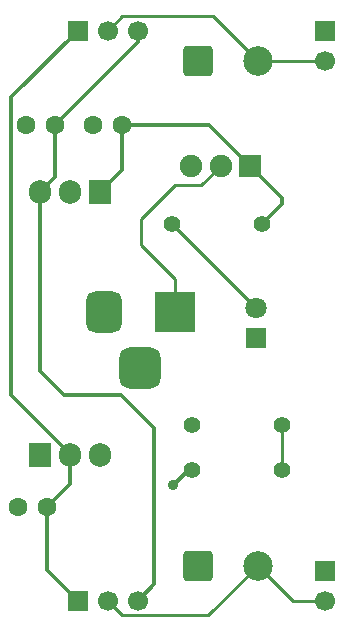
<source format=gtl>
%TF.GenerationSoftware,KiCad,Pcbnew,9.0.5*%
%TF.CreationDate,2025-11-24T13:01:10-08:00*%
%TF.ProjectId,project2_breadboard_power_supply,70726f6a-6563-4743-925f-627265616462,rev?*%
%TF.SameCoordinates,Original*%
%TF.FileFunction,Copper,L1,Top*%
%TF.FilePolarity,Positive*%
%FSLAX46Y46*%
G04 Gerber Fmt 4.6, Leading zero omitted, Abs format (unit mm)*
G04 Created by KiCad (PCBNEW 9.0.5) date 2025-11-24 13:01:10*
%MOMM*%
%LPD*%
G01*
G04 APERTURE LIST*
G04 Aperture macros list*
%AMRoundRect*
0 Rectangle with rounded corners*
0 $1 Rounding radius*
0 $2 $3 $4 $5 $6 $7 $8 $9 X,Y pos of 4 corners*
0 Add a 4 corners polygon primitive as box body*
4,1,4,$2,$3,$4,$5,$6,$7,$8,$9,$2,$3,0*
0 Add four circle primitives for the rounded corners*
1,1,$1+$1,$2,$3*
1,1,$1+$1,$4,$5*
1,1,$1+$1,$6,$7*
1,1,$1+$1,$8,$9*
0 Add four rect primitives between the rounded corners*
20,1,$1+$1,$2,$3,$4,$5,0*
20,1,$1+$1,$4,$5,$6,$7,0*
20,1,$1+$1,$6,$7,$8,$9,0*
20,1,$1+$1,$8,$9,$2,$3,0*%
G04 Aperture macros list end*
%TA.AperFunction,ComponentPad*%
%ADD10R,1.800000X1.800000*%
%TD*%
%TA.AperFunction,ComponentPad*%
%ADD11C,1.800000*%
%TD*%
%TA.AperFunction,ComponentPad*%
%ADD12C,1.600000*%
%TD*%
%TA.AperFunction,ComponentPad*%
%ADD13R,1.700000X1.700000*%
%TD*%
%TA.AperFunction,ComponentPad*%
%ADD14C,1.700000*%
%TD*%
%TA.AperFunction,ComponentPad*%
%ADD15C,1.400000*%
%TD*%
%TA.AperFunction,ComponentPad*%
%ADD16RoundRect,0.250000X-1.000000X-1.000000X1.000000X-1.000000X1.000000X1.000000X-1.000000X1.000000X0*%
%TD*%
%TA.AperFunction,ComponentPad*%
%ADD17C,2.500000*%
%TD*%
%TA.AperFunction,ComponentPad*%
%ADD18R,3.500000X3.500000*%
%TD*%
%TA.AperFunction,ComponentPad*%
%ADD19RoundRect,0.750000X-0.750000X-1.000000X0.750000X-1.000000X0.750000X1.000000X-0.750000X1.000000X0*%
%TD*%
%TA.AperFunction,ComponentPad*%
%ADD20RoundRect,0.875000X-0.875000X-0.875000X0.875000X-0.875000X0.875000X0.875000X-0.875000X0.875000X0*%
%TD*%
%TA.AperFunction,ComponentPad*%
%ADD21R,1.905000X2.000000*%
%TD*%
%TA.AperFunction,ComponentPad*%
%ADD22O,1.905000X2.000000*%
%TD*%
%TA.AperFunction,ComponentPad*%
%ADD23R,1.900000X1.900000*%
%TD*%
%TA.AperFunction,ComponentPad*%
%ADD24C,1.900000*%
%TD*%
%TA.AperFunction,ViaPad*%
%ADD25C,0.900000*%
%TD*%
%TA.AperFunction,Conductor*%
%ADD26C,0.350000*%
%TD*%
%TA.AperFunction,Conductor*%
%ADD27C,0.250000*%
%TD*%
G04 APERTURE END LIST*
D10*
%TO.P,D1,1,K*%
%TO.N,GND*%
X164305000Y-114300000D03*
D11*
%TO.P,D1,2,A*%
%TO.N,Net-(D1-A)*%
X164305000Y-111760000D03*
%TD*%
D12*
%TO.P,C2,1*%
%TO.N,/3.3V*%
X146640000Y-128587500D03*
%TO.P,C2,2*%
%TO.N,GND*%
X144140000Y-128587500D03*
%TD*%
D13*
%TO.P,J3,1,Pin_1*%
%TO.N,/3.3V*%
X149220000Y-88260000D03*
D14*
%TO.P,J3,2,Pin_2*%
%TO.N,/PWR_OUT_TOP*%
X151760000Y-88260000D03*
%TO.P,J3,3,Pin_3*%
%TO.N,/5V*%
X154300000Y-88260000D03*
%TD*%
D15*
%TO.P,R2,1*%
%TO.N,Net-(U1-ADJ)*%
X166565000Y-125412500D03*
%TO.P,R2,2*%
%TO.N,/3.3V*%
X158945000Y-125412500D03*
%TD*%
%TO.P,R1,1*%
%TO.N,Net-(D1-A)*%
X157226000Y-104648000D03*
%TO.P,R1,2*%
%TO.N,/12V*%
X164846000Y-104648000D03*
%TD*%
D12*
%TO.P,C1,1*%
%TO.N,/12V*%
X152990000Y-96202500D03*
%TO.P,C1,2*%
%TO.N,GND*%
X150490000Y-96202500D03*
%TD*%
%TO.P,C3,1*%
%TO.N,/5V*%
X147315000Y-96202500D03*
%TO.P,C3,2*%
%TO.N,GND*%
X144815000Y-96202500D03*
%TD*%
D13*
%TO.P,J6,1,Pin_1*%
%TO.N,GND*%
X170180000Y-133980000D03*
D14*
%TO.P,J6,2,Pin_2*%
%TO.N,/PWR_OUT_BOT*%
X170180000Y-136520000D03*
%TD*%
D16*
%TO.P,J2,1,Pin_1*%
%TO.N,GND*%
X159385000Y-90805000D03*
D17*
%TO.P,J2,2,Pin_2*%
%TO.N,/PWR_OUT_TOP*%
X164465000Y-90805000D03*
%TD*%
D18*
%TO.P,J1,1*%
%TO.N,/PWR_input*%
X157460000Y-112077500D03*
D19*
%TO.P,J1,2*%
%TO.N,GND*%
X151460000Y-112077500D03*
D20*
%TO.P,J1,3*%
X154460000Y-116777500D03*
%TD*%
D13*
%TO.P,J4,1,Pin_1*%
%TO.N,GND*%
X170180000Y-88260000D03*
D14*
%TO.P,J4,2,Pin_2*%
%TO.N,/PWR_OUT_TOP*%
X170180000Y-90800000D03*
%TD*%
D15*
%TO.P,R3,1*%
%TO.N,GND*%
X158945000Y-121602500D03*
%TO.P,R3,2*%
%TO.N,Net-(U1-ADJ)*%
X166565000Y-121602500D03*
%TD*%
D21*
%TO.P,U2,1,VI*%
%TO.N,/12V*%
X151125000Y-101917500D03*
D22*
%TO.P,U2,2,GND*%
%TO.N,GND*%
X148585000Y-101917500D03*
%TO.P,U2,3,VO*%
%TO.N,/5V*%
X146045000Y-101917500D03*
%TD*%
D16*
%TO.P,J5,1,Pin_1*%
%TO.N,GND*%
X159385000Y-133540000D03*
D17*
%TO.P,J5,2,Pin_2*%
%TO.N,/PWR_OUT_BOT*%
X164465000Y-133540000D03*
%TD*%
D23*
%TO.P,S1,1*%
%TO.N,/12V*%
X163845000Y-99695000D03*
D24*
%TO.P,S1,2*%
%TO.N,/PWR_input*%
X161345000Y-99695000D03*
%TO.P,S1,3*%
%TO.N,unconnected-(S1-Pad3)*%
X158845000Y-99695000D03*
%TD*%
D13*
%TO.P,J7,1,Pin_1*%
%TO.N,/3.3V*%
X149225000Y-136535000D03*
D14*
%TO.P,J7,2,Pin_2*%
%TO.N,/PWR_OUT_BOT*%
X151765000Y-136535000D03*
%TO.P,J7,3,Pin_3*%
%TO.N,/5V*%
X154305000Y-136535000D03*
%TD*%
D21*
%TO.P,U1,1,ADJ*%
%TO.N,Net-(U1-ADJ)*%
X146045000Y-124142500D03*
D22*
%TO.P,U1,2,VO*%
%TO.N,/3.3V*%
X148585000Y-124142500D03*
%TO.P,U1,3,VI*%
%TO.N,/12V*%
X151125000Y-124142500D03*
%TD*%
D25*
%TO.N,/3.3V*%
X157327600Y-126746000D03*
%TD*%
D26*
%TO.N,/12V*%
X160352500Y-96202500D02*
X163845000Y-99695000D01*
X152990000Y-100052500D02*
X151125000Y-101917500D01*
X166565000Y-102929000D02*
X166565000Y-102415000D01*
X164846000Y-104648000D02*
X166565000Y-102929000D01*
X166565000Y-102415000D02*
X163845000Y-99695000D01*
X152990000Y-96202500D02*
X152990000Y-100052500D01*
X152990000Y-96202500D02*
X160352500Y-96202500D01*
%TO.N,/3.3V*%
X148585000Y-124095000D02*
X148585000Y-124142500D01*
X146640000Y-128587500D02*
X146640000Y-133950000D01*
X158945000Y-125412500D02*
X158661100Y-125412500D01*
X146640000Y-128587500D02*
X148585000Y-126642500D01*
X149220000Y-88260000D02*
X143589000Y-93891000D01*
X158661100Y-125412500D02*
X157327600Y-126746000D01*
X143589000Y-93891000D02*
X143589000Y-119099000D01*
X148585000Y-126642500D02*
X148585000Y-124142500D01*
X143589000Y-119099000D02*
X148585000Y-124095000D01*
X146640000Y-133950000D02*
X149225000Y-136535000D01*
%TO.N,/5V*%
X148105493Y-119126000D02*
X152908000Y-119126000D01*
X155702000Y-121920000D02*
X155702000Y-135138000D01*
X154300000Y-89217500D02*
X154300000Y-88260000D01*
X147315000Y-96202500D02*
X147315000Y-100647500D01*
X146045000Y-101917500D02*
X146045000Y-117065507D01*
X146045000Y-117065507D02*
X148105493Y-119126000D01*
X147315000Y-100647500D02*
X146045000Y-101917500D01*
X147315000Y-96202500D02*
X147315000Y-95763000D01*
X147315000Y-96202500D02*
X154300000Y-89217500D01*
X155702000Y-135138000D02*
X154305000Y-136535000D01*
X152908000Y-119126000D02*
X155702000Y-121920000D01*
D27*
%TO.N,Net-(D1-A)*%
X164305000Y-111727000D02*
X164305000Y-111760000D01*
X157226000Y-104648000D02*
X164305000Y-111727000D01*
%TO.N,/PWR_input*%
X154614000Y-106426000D02*
X157460000Y-109272000D01*
X157460000Y-109272000D02*
X157460000Y-112077500D01*
X154614000Y-104160000D02*
X154614000Y-106426000D01*
X161345000Y-99695000D02*
X159694000Y-101346000D01*
X159694000Y-101346000D02*
X157428000Y-101346000D01*
X157428000Y-101346000D02*
X154614000Y-104160000D01*
%TO.N,Net-(U1-ADJ)*%
X166565000Y-125412500D02*
X166565000Y-121602500D01*
%TO.N,/PWR_OUT_TOP*%
X164465000Y-90805000D02*
X170175000Y-90805000D01*
X152986000Y-87034000D02*
X160694000Y-87034000D01*
X170175000Y-90805000D02*
X170180000Y-90800000D01*
X151760000Y-88260000D02*
X152986000Y-87034000D01*
X160694000Y-87034000D02*
X164465000Y-90805000D01*
%TO.N,/PWR_OUT_BOT*%
X167445000Y-136520000D02*
X164465000Y-133540000D01*
X160244000Y-137761000D02*
X152991000Y-137761000D01*
X152991000Y-137761000D02*
X151765000Y-136535000D01*
X170180000Y-136520000D02*
X167445000Y-136520000D01*
X164465000Y-133540000D02*
X160244000Y-137761000D01*
%TD*%
M02*

</source>
